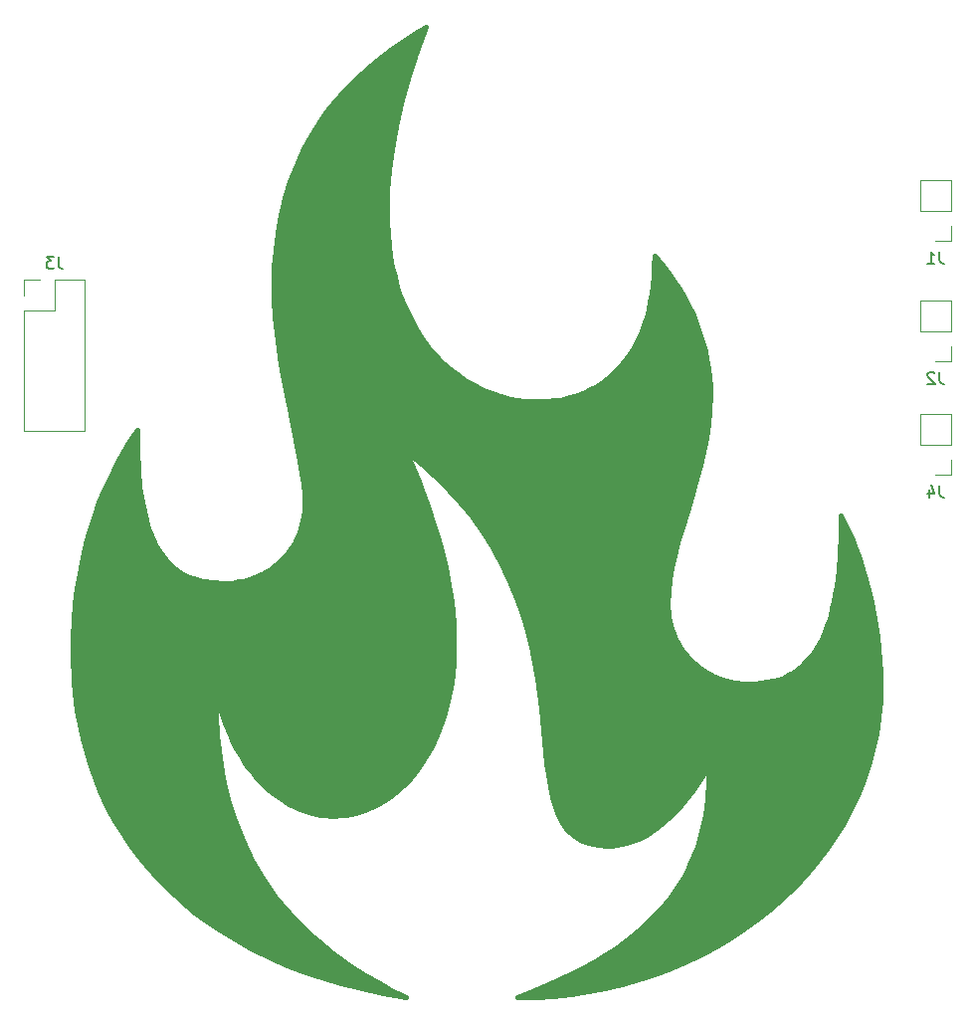
<source format=gbr>
%TF.GenerationSoftware,KiCad,Pcbnew,(6.0.7)*%
%TF.CreationDate,2023-04-15T21:10:14+02:00*%
%TF.ProjectId,control board,636f6e74-726f-46c2-9062-6f6172642e6b,rev?*%
%TF.SameCoordinates,Original*%
%TF.FileFunction,Legend,Bot*%
%TF.FilePolarity,Positive*%
%FSLAX46Y46*%
G04 Gerber Fmt 4.6, Leading zero omitted, Abs format (unit mm)*
G04 Created by KiCad (PCBNEW (6.0.7)) date 2023-04-15 21:10:14*
%MOMM*%
%LPD*%
G01*
G04 APERTURE LIST*
%ADD10C,0.400000*%
%ADD11C,0.150000*%
%ADD12C,0.120000*%
G04 APERTURE END LIST*
D10*
G36*
X135128000Y-55372000D02*
G01*
X134442564Y-57539929D01*
X133876190Y-59618562D01*
X133423918Y-61607898D01*
X133080786Y-63507937D01*
X132841834Y-65318679D01*
X132702101Y-67040124D01*
X132656626Y-68672272D01*
X132676241Y-69706040D01*
X132734167Y-70704034D01*
X132829028Y-71666449D01*
X132959450Y-72593479D01*
X133124055Y-73485317D01*
X133321469Y-74342158D01*
X133550315Y-75164194D01*
X133809217Y-75951620D01*
X134096799Y-76704629D01*
X134411686Y-77423416D01*
X134752502Y-78108174D01*
X135117871Y-78759097D01*
X135506416Y-79376378D01*
X135916762Y-79960212D01*
X136347534Y-80510792D01*
X136797354Y-81028312D01*
X137264848Y-81512965D01*
X137748640Y-81964947D01*
X138247353Y-82384450D01*
X138759611Y-82771667D01*
X139284040Y-83126794D01*
X139819262Y-83450024D01*
X140916585Y-84001566D01*
X142040574Y-84427845D01*
X143180220Y-84730410D01*
X144324517Y-84910813D01*
X145462458Y-84970602D01*
X146376459Y-84932698D01*
X146832897Y-84884532D01*
X147287669Y-84816193D01*
X147739806Y-84727158D01*
X148188338Y-84616903D01*
X148632296Y-84484905D01*
X149070713Y-84330641D01*
X149502618Y-84153588D01*
X149927043Y-83953223D01*
X150343019Y-83729021D01*
X150749577Y-83480461D01*
X151145748Y-83207018D01*
X151530563Y-82908170D01*
X151903053Y-82583394D01*
X152262249Y-82232165D01*
X152607183Y-81853961D01*
X152936885Y-81448260D01*
X153250387Y-81014536D01*
X153546719Y-80552268D01*
X153824913Y-80060931D01*
X154083999Y-79540004D01*
X154323009Y-78988962D01*
X154540974Y-78407282D01*
X154736924Y-77794442D01*
X154909892Y-77149917D01*
X155058907Y-76473185D01*
X155183002Y-75763723D01*
X155281207Y-75021006D01*
X155352552Y-74244513D01*
X155396070Y-73433720D01*
X155410792Y-72588103D01*
X156004942Y-73268862D01*
X156557389Y-73961249D01*
X157068598Y-74664487D01*
X157539034Y-75377803D01*
X157969163Y-76100420D01*
X158359450Y-76831564D01*
X158710358Y-77570460D01*
X159022355Y-78316331D01*
X159295904Y-79068404D01*
X159531471Y-79825903D01*
X159729521Y-80588053D01*
X159890519Y-81354079D01*
X160014930Y-82123205D01*
X160103219Y-82894657D01*
X160155852Y-83667659D01*
X160173293Y-84441437D01*
X160132882Y-85663120D01*
X160018677Y-86867749D01*
X159841220Y-88055636D01*
X159611053Y-89227089D01*
X159338718Y-90382419D01*
X159034757Y-91521936D01*
X158374125Y-93754771D01*
X157713493Y-95928075D01*
X157409532Y-96993178D01*
X157137197Y-98044328D01*
X156907030Y-99081836D01*
X156729573Y-100106011D01*
X156615368Y-101117164D01*
X156574957Y-102115605D01*
X156585079Y-102517108D01*
X156615007Y-102907933D01*
X156664080Y-103287945D01*
X156731640Y-103657009D01*
X156817029Y-104014987D01*
X156919587Y-104361746D01*
X157038656Y-104697148D01*
X157173577Y-105021059D01*
X157323691Y-105333343D01*
X157488338Y-105633864D01*
X157666861Y-105922487D01*
X157858600Y-106199075D01*
X158062896Y-106463494D01*
X158279091Y-106715607D01*
X158506526Y-106955279D01*
X158744541Y-107182374D01*
X158992478Y-107396757D01*
X159249678Y-107598292D01*
X159515483Y-107786843D01*
X159789232Y-107962275D01*
X160070268Y-108124452D01*
X160357932Y-108273238D01*
X160651564Y-108408498D01*
X160950505Y-108530096D01*
X161254098Y-108637896D01*
X161561683Y-108731763D01*
X161872601Y-108811561D01*
X162186193Y-108877155D01*
X162501801Y-108928408D01*
X162818765Y-108965185D01*
X163136426Y-108987351D01*
X163454127Y-108994770D01*
X164007345Y-108979015D01*
X164536205Y-108931983D01*
X165041151Y-108854023D01*
X165522630Y-108745483D01*
X165981087Y-108606713D01*
X166416968Y-108438060D01*
X166830718Y-108239875D01*
X167222784Y-108012505D01*
X167593611Y-107756300D01*
X167943644Y-107471608D01*
X168273330Y-107158778D01*
X168583114Y-106818159D01*
X168873442Y-106450100D01*
X169144760Y-106054950D01*
X169397512Y-105633057D01*
X169632146Y-105184771D01*
X169849106Y-104710439D01*
X170048839Y-104210412D01*
X170231789Y-103685037D01*
X170398404Y-103134664D01*
X170549128Y-102559641D01*
X170684407Y-101960317D01*
X170804687Y-101337041D01*
X170910414Y-100690162D01*
X171002033Y-100020028D01*
X171079990Y-99326989D01*
X171196702Y-97873590D01*
X171264114Y-96332754D01*
X171285792Y-94707272D01*
X171620320Y-95316537D01*
X171947872Y-95989674D01*
X172266431Y-96721103D01*
X172573984Y-97505241D01*
X172868514Y-98336508D01*
X173148005Y-99209323D01*
X173410444Y-100118104D01*
X173653814Y-101057272D01*
X173876100Y-102021244D01*
X174075286Y-103004439D01*
X174249358Y-104001277D01*
X174396299Y-105006177D01*
X174514095Y-106013557D01*
X174600731Y-107017837D01*
X174654190Y-108013435D01*
X174672457Y-108994770D01*
X174630063Y-110430749D01*
X174504457Y-111840643D01*
X174298003Y-113223175D01*
X174013066Y-114577065D01*
X173652009Y-115901035D01*
X173217197Y-117193805D01*
X172710994Y-118454096D01*
X172135764Y-119680630D01*
X171493872Y-120872127D01*
X170787681Y-122027308D01*
X170019557Y-123144895D01*
X169191862Y-124223608D01*
X168306961Y-125262169D01*
X167367219Y-126259298D01*
X166374999Y-127213716D01*
X165332666Y-128124145D01*
X164242584Y-128989305D01*
X163107117Y-129807918D01*
X161928630Y-130578704D01*
X160709486Y-131300385D01*
X159452050Y-131971681D01*
X158158685Y-132591313D01*
X156831758Y-133158003D01*
X155473630Y-133670472D01*
X154086667Y-134127440D01*
X152673232Y-134527629D01*
X151235691Y-134869759D01*
X149776407Y-135152552D01*
X148297744Y-135374728D01*
X146802067Y-135535009D01*
X145291739Y-135632115D01*
X143769125Y-135664768D01*
X145026368Y-135173661D01*
X146219466Y-134672787D01*
X147350011Y-134162301D01*
X148419590Y-133642359D01*
X149429793Y-133113114D01*
X150382209Y-132574723D01*
X151278427Y-132027340D01*
X152120035Y-131471121D01*
X152908624Y-130906220D01*
X153645781Y-130332792D01*
X154333097Y-129750993D01*
X154972160Y-129160977D01*
X155564559Y-128562900D01*
X156111883Y-127956916D01*
X156615722Y-127343181D01*
X157077664Y-126721850D01*
X157499298Y-126093077D01*
X157882214Y-125457017D01*
X158228000Y-124813827D01*
X158538246Y-124163660D01*
X159058472Y-122843017D01*
X159455605Y-121496330D01*
X159742358Y-120124838D01*
X159931442Y-118729781D01*
X160035569Y-117312400D01*
X160067454Y-115873936D01*
X159749702Y-116424422D01*
X159431678Y-116945318D01*
X159113732Y-117437416D01*
X158796213Y-117901513D01*
X158479469Y-118338402D01*
X158163848Y-118748878D01*
X157849701Y-119133735D01*
X157537375Y-119493768D01*
X157227219Y-119829772D01*
X156919583Y-120142540D01*
X156313264Y-120701551D01*
X155721207Y-121177155D01*
X155146203Y-121575710D01*
X154591044Y-121903572D01*
X154058518Y-122167097D01*
X153551418Y-122372640D01*
X153072533Y-122526559D01*
X152624653Y-122635209D01*
X152210570Y-122704947D01*
X151833074Y-122742128D01*
X151494955Y-122753109D01*
X150584310Y-122695916D01*
X149790848Y-122527490D01*
X149105247Y-122252558D01*
X148518186Y-121875850D01*
X148020345Y-121402093D01*
X147602402Y-120836017D01*
X147255037Y-120182348D01*
X146968927Y-119445817D01*
X146734752Y-118631151D01*
X146543190Y-117743078D01*
X146250624Y-115765628D01*
X145766726Y-111137900D01*
X145426256Y-108563276D01*
X145198766Y-107227324D01*
X144920679Y-105865250D01*
X144582674Y-104481781D01*
X144175428Y-103081647D01*
X143689621Y-101669575D01*
X143115932Y-100250295D01*
X142445039Y-98828534D01*
X141667623Y-97409021D01*
X140774360Y-95996485D01*
X139755931Y-94595653D01*
X138603014Y-93211255D01*
X137306288Y-91848018D01*
X135856431Y-90510670D01*
X134244124Y-89203942D01*
X134778820Y-90384593D01*
X135272278Y-91545090D01*
X135725429Y-92685124D01*
X136139202Y-93804383D01*
X136514527Y-94902559D01*
X136852336Y-95979341D01*
X137153558Y-97034418D01*
X137419123Y-98067482D01*
X137649962Y-99078221D01*
X137847004Y-100066326D01*
X138011180Y-101031486D01*
X138143420Y-101973392D01*
X138244654Y-102891734D01*
X138315812Y-103786200D01*
X138357825Y-104656483D01*
X138371623Y-105502270D01*
X138356594Y-106382501D01*
X138312169Y-107237151D01*
X138239334Y-108066067D01*
X138139079Y-108869093D01*
X138012391Y-109646074D01*
X137860259Y-110396855D01*
X137683671Y-111121281D01*
X137483615Y-111819197D01*
X137017054Y-113134879D01*
X136468483Y-114342660D01*
X135845808Y-115441301D01*
X135156936Y-116429561D01*
X134409772Y-117306200D01*
X133612224Y-118069977D01*
X132772198Y-118719653D01*
X131897600Y-119253987D01*
X130996337Y-119671739D01*
X130076316Y-119971668D01*
X129611741Y-120077063D01*
X129145442Y-120152536D01*
X128678406Y-120197934D01*
X128211623Y-120213101D01*
X127814825Y-120203166D01*
X127418493Y-120173310D01*
X127023091Y-120123455D01*
X126629084Y-120053524D01*
X126236938Y-119963439D01*
X125847117Y-119853123D01*
X125460086Y-119722498D01*
X125076311Y-119571486D01*
X124696257Y-119400011D01*
X124320388Y-119207994D01*
X123949171Y-118995359D01*
X123583069Y-118762027D01*
X123222549Y-118507921D01*
X122868074Y-118232964D01*
X122520111Y-117937078D01*
X122179124Y-117620185D01*
X121845578Y-117282208D01*
X121519939Y-116923070D01*
X121202672Y-116542693D01*
X120894241Y-116141000D01*
X120595112Y-115717912D01*
X120305750Y-115273353D01*
X120026620Y-114807244D01*
X119758186Y-114319510D01*
X119500915Y-113810071D01*
X119255271Y-113278850D01*
X119021720Y-112725770D01*
X118800725Y-112150754D01*
X118592754Y-111553724D01*
X118398269Y-110934602D01*
X118217738Y-110293310D01*
X118051624Y-109629772D01*
X118088133Y-111508108D01*
X118204793Y-113370320D01*
X118412299Y-115212688D01*
X118721350Y-117031491D01*
X119142642Y-118823010D01*
X119686873Y-120583522D01*
X120364738Y-122309308D01*
X121186936Y-123996646D01*
X121655503Y-124824735D01*
X122164163Y-125641817D01*
X122714256Y-126447426D01*
X123307117Y-127241098D01*
X123944084Y-128022368D01*
X124626494Y-128790771D01*
X125355684Y-129545841D01*
X126132991Y-130287113D01*
X126959752Y-131014123D01*
X127837305Y-131726405D01*
X128766987Y-132423494D01*
X129750134Y-133104925D01*
X130788085Y-133770233D01*
X131882175Y-134418953D01*
X133033742Y-135050620D01*
X134244124Y-135664768D01*
X132347027Y-135319654D01*
X130524635Y-134920473D01*
X128775999Y-134468970D01*
X127100168Y-133966888D01*
X125496193Y-133415972D01*
X123963124Y-132817966D01*
X122500013Y-132174614D01*
X121105909Y-131487660D01*
X119779862Y-130758848D01*
X118520924Y-129989922D01*
X117328145Y-129182626D01*
X116200575Y-128338705D01*
X115137265Y-127459902D01*
X114137265Y-126547962D01*
X113199625Y-125604628D01*
X112323396Y-124631645D01*
X111507629Y-123630757D01*
X110751374Y-122603707D01*
X110053680Y-121552240D01*
X109413600Y-120478100D01*
X108830183Y-119383032D01*
X108302480Y-118268778D01*
X107410415Y-115989693D01*
X106729811Y-113654797D01*
X106253070Y-111278043D01*
X105972596Y-108873385D01*
X105880793Y-106454773D01*
X105905391Y-105003699D01*
X105978358Y-103587351D01*
X106098454Y-102205729D01*
X106264439Y-100858835D01*
X106475072Y-99546667D01*
X106729113Y-98269225D01*
X107025323Y-97026510D01*
X107362460Y-95818522D01*
X107739284Y-94645261D01*
X108154556Y-93506726D01*
X108607035Y-92402917D01*
X109095480Y-91333835D01*
X109618652Y-90299480D01*
X110175311Y-89299851D01*
X110764215Y-88334949D01*
X111384126Y-87404774D01*
X111411514Y-89138078D01*
X111494093Y-90729221D01*
X111632483Y-92182387D01*
X111827303Y-93501764D01*
X112079174Y-94691536D01*
X112388716Y-95755890D01*
X112756548Y-96699010D01*
X112962518Y-97126416D01*
X113183292Y-97525084D01*
X113418950Y-97895536D01*
X113669568Y-98238296D01*
X113935223Y-98553887D01*
X114215994Y-98842833D01*
X114511958Y-99105656D01*
X114823192Y-99342880D01*
X115149774Y-99555028D01*
X115491782Y-99742623D01*
X115849292Y-99906189D01*
X116222383Y-100046248D01*
X117015616Y-100257941D01*
X117872102Y-100381887D01*
X118792459Y-100422272D01*
X119110159Y-100414853D01*
X119427821Y-100392687D01*
X119744784Y-100355910D01*
X120060392Y-100304656D01*
X120373984Y-100239063D01*
X120684901Y-100159265D01*
X120992486Y-100065398D01*
X121296079Y-99957597D01*
X121595020Y-99835999D01*
X121888652Y-99700740D01*
X122176315Y-99551953D01*
X122457351Y-99389777D01*
X122731101Y-99214345D01*
X122996905Y-99025794D01*
X123254105Y-98824259D01*
X123502042Y-98609876D01*
X123740057Y-98382781D01*
X123967492Y-98143109D01*
X124183687Y-97890995D01*
X124387983Y-97626577D01*
X124579722Y-97349988D01*
X124758245Y-97061366D01*
X124922892Y-96760845D01*
X125073006Y-96448561D01*
X125207926Y-96124650D01*
X125326995Y-95789247D01*
X125429554Y-95442489D01*
X125514943Y-95084510D01*
X125582503Y-94715447D01*
X125631576Y-94335435D01*
X125661503Y-93944609D01*
X125671626Y-93543106D01*
X125641912Y-92772326D01*
X125557937Y-91931007D01*
X125427455Y-91023026D01*
X125258214Y-90052259D01*
X124348709Y-85618834D01*
X123862951Y-83126170D01*
X123639451Y-81824415D01*
X123439205Y-80490879D01*
X123269964Y-79129438D01*
X123139482Y-77743967D01*
X123055507Y-76338342D01*
X123025793Y-74916439D01*
X123056851Y-73482134D01*
X123155191Y-72039302D01*
X123328566Y-70591819D01*
X123584726Y-69143561D01*
X123931423Y-67698404D01*
X124376408Y-66260223D01*
X124927434Y-64832894D01*
X125592251Y-63420293D01*
X126378612Y-62026296D01*
X127294266Y-60654778D01*
X127803002Y-59978659D01*
X128346967Y-59309614D01*
X128927132Y-58648127D01*
X129544465Y-57994682D01*
X130199935Y-57349763D01*
X130894512Y-56713856D01*
X131629163Y-56087444D01*
X132404859Y-55471012D01*
X133222568Y-54865044D01*
X134083258Y-54270026D01*
X134987899Y-53686440D01*
X135937460Y-53114773D01*
X135128000Y-55372000D01*
G37*
X135128000Y-55372000D02*
X134442564Y-57539929D01*
X133876190Y-59618562D01*
X133423918Y-61607898D01*
X133080786Y-63507937D01*
X132841834Y-65318679D01*
X132702101Y-67040124D01*
X132656626Y-68672272D01*
X132676241Y-69706040D01*
X132734167Y-70704034D01*
X132829028Y-71666449D01*
X132959450Y-72593479D01*
X133124055Y-73485317D01*
X133321469Y-74342158D01*
X133550315Y-75164194D01*
X133809217Y-75951620D01*
X134096799Y-76704629D01*
X134411686Y-77423416D01*
X134752502Y-78108174D01*
X135117871Y-78759097D01*
X135506416Y-79376378D01*
X135916762Y-79960212D01*
X136347534Y-80510792D01*
X136797354Y-81028312D01*
X137264848Y-81512965D01*
X137748640Y-81964947D01*
X138247353Y-82384450D01*
X138759611Y-82771667D01*
X139284040Y-83126794D01*
X139819262Y-83450024D01*
X140916585Y-84001566D01*
X142040574Y-84427845D01*
X143180220Y-84730410D01*
X144324517Y-84910813D01*
X145462458Y-84970602D01*
X146376459Y-84932698D01*
X146832897Y-84884532D01*
X147287669Y-84816193D01*
X147739806Y-84727158D01*
X148188338Y-84616903D01*
X148632296Y-84484905D01*
X149070713Y-84330641D01*
X149502618Y-84153588D01*
X149927043Y-83953223D01*
X150343019Y-83729021D01*
X150749577Y-83480461D01*
X151145748Y-83207018D01*
X151530563Y-82908170D01*
X151903053Y-82583394D01*
X152262249Y-82232165D01*
X152607183Y-81853961D01*
X152936885Y-81448260D01*
X153250387Y-81014536D01*
X153546719Y-80552268D01*
X153824913Y-80060931D01*
X154083999Y-79540004D01*
X154323009Y-78988962D01*
X154540974Y-78407282D01*
X154736924Y-77794442D01*
X154909892Y-77149917D01*
X155058907Y-76473185D01*
X155183002Y-75763723D01*
X155281207Y-75021006D01*
X155352552Y-74244513D01*
X155396070Y-73433720D01*
X155410792Y-72588103D01*
X156004942Y-73268862D01*
X156557389Y-73961249D01*
X157068598Y-74664487D01*
X157539034Y-75377803D01*
X157969163Y-76100420D01*
X158359450Y-76831564D01*
X158710358Y-77570460D01*
X159022355Y-78316331D01*
X159295904Y-79068404D01*
X159531471Y-79825903D01*
X159729521Y-80588053D01*
X159890519Y-81354079D01*
X160014930Y-82123205D01*
X160103219Y-82894657D01*
X160155852Y-83667659D01*
X160173293Y-84441437D01*
X160132882Y-85663120D01*
X160018677Y-86867749D01*
X159841220Y-88055636D01*
X159611053Y-89227089D01*
X159338718Y-90382419D01*
X159034757Y-91521936D01*
X158374125Y-93754771D01*
X157713493Y-95928075D01*
X157409532Y-96993178D01*
X157137197Y-98044328D01*
X156907030Y-99081836D01*
X156729573Y-100106011D01*
X156615368Y-101117164D01*
X156574957Y-102115605D01*
X156585079Y-102517108D01*
X156615007Y-102907933D01*
X156664080Y-103287945D01*
X156731640Y-103657009D01*
X156817029Y-104014987D01*
X156919587Y-104361746D01*
X157038656Y-104697148D01*
X157173577Y-105021059D01*
X157323691Y-105333343D01*
X157488338Y-105633864D01*
X157666861Y-105922487D01*
X157858600Y-106199075D01*
X158062896Y-106463494D01*
X158279091Y-106715607D01*
X158506526Y-106955279D01*
X158744541Y-107182374D01*
X158992478Y-107396757D01*
X159249678Y-107598292D01*
X159515483Y-107786843D01*
X159789232Y-107962275D01*
X160070268Y-108124452D01*
X160357932Y-108273238D01*
X160651564Y-108408498D01*
X160950505Y-108530096D01*
X161254098Y-108637896D01*
X161561683Y-108731763D01*
X161872601Y-108811561D01*
X162186193Y-108877155D01*
X162501801Y-108928408D01*
X162818765Y-108965185D01*
X163136426Y-108987351D01*
X163454127Y-108994770D01*
X164007345Y-108979015D01*
X164536205Y-108931983D01*
X165041151Y-108854023D01*
X165522630Y-108745483D01*
X165981087Y-108606713D01*
X166416968Y-108438060D01*
X166830718Y-108239875D01*
X167222784Y-108012505D01*
X167593611Y-107756300D01*
X167943644Y-107471608D01*
X168273330Y-107158778D01*
X168583114Y-106818159D01*
X168873442Y-106450100D01*
X169144760Y-106054950D01*
X169397512Y-105633057D01*
X169632146Y-105184771D01*
X169849106Y-104710439D01*
X170048839Y-104210412D01*
X170231789Y-103685037D01*
X170398404Y-103134664D01*
X170549128Y-102559641D01*
X170684407Y-101960317D01*
X170804687Y-101337041D01*
X170910414Y-100690162D01*
X171002033Y-100020028D01*
X171079990Y-99326989D01*
X171196702Y-97873590D01*
X171264114Y-96332754D01*
X171285792Y-94707272D01*
X171620320Y-95316537D01*
X171947872Y-95989674D01*
X172266431Y-96721103D01*
X172573984Y-97505241D01*
X172868514Y-98336508D01*
X173148005Y-99209323D01*
X173410444Y-100118104D01*
X173653814Y-101057272D01*
X173876100Y-102021244D01*
X174075286Y-103004439D01*
X174249358Y-104001277D01*
X174396299Y-105006177D01*
X174514095Y-106013557D01*
X174600731Y-107017837D01*
X174654190Y-108013435D01*
X174672457Y-108994770D01*
X174630063Y-110430749D01*
X174504457Y-111840643D01*
X174298003Y-113223175D01*
X174013066Y-114577065D01*
X173652009Y-115901035D01*
X173217197Y-117193805D01*
X172710994Y-118454096D01*
X172135764Y-119680630D01*
X171493872Y-120872127D01*
X170787681Y-122027308D01*
X170019557Y-123144895D01*
X169191862Y-124223608D01*
X168306961Y-125262169D01*
X167367219Y-126259298D01*
X166374999Y-127213716D01*
X165332666Y-128124145D01*
X164242584Y-128989305D01*
X163107117Y-129807918D01*
X161928630Y-130578704D01*
X160709486Y-131300385D01*
X159452050Y-131971681D01*
X158158685Y-132591313D01*
X156831758Y-133158003D01*
X155473630Y-133670472D01*
X154086667Y-134127440D01*
X152673232Y-134527629D01*
X151235691Y-134869759D01*
X149776407Y-135152552D01*
X148297744Y-135374728D01*
X146802067Y-135535009D01*
X145291739Y-135632115D01*
X143769125Y-135664768D01*
X145026368Y-135173661D01*
X146219466Y-134672787D01*
X147350011Y-134162301D01*
X148419590Y-133642359D01*
X149429793Y-133113114D01*
X150382209Y-132574723D01*
X151278427Y-132027340D01*
X152120035Y-131471121D01*
X152908624Y-130906220D01*
X153645781Y-130332792D01*
X154333097Y-129750993D01*
X154972160Y-129160977D01*
X155564559Y-128562900D01*
X156111883Y-127956916D01*
X156615722Y-127343181D01*
X157077664Y-126721850D01*
X157499298Y-126093077D01*
X157882214Y-125457017D01*
X158228000Y-124813827D01*
X158538246Y-124163660D01*
X159058472Y-122843017D01*
X159455605Y-121496330D01*
X159742358Y-120124838D01*
X159931442Y-118729781D01*
X160035569Y-117312400D01*
X160067454Y-115873936D01*
X159749702Y-116424422D01*
X159431678Y-116945318D01*
X159113732Y-117437416D01*
X158796213Y-117901513D01*
X158479469Y-118338402D01*
X158163848Y-118748878D01*
X157849701Y-119133735D01*
X157537375Y-119493768D01*
X157227219Y-119829772D01*
X156919583Y-120142540D01*
X156313264Y-120701551D01*
X155721207Y-121177155D01*
X155146203Y-121575710D01*
X154591044Y-121903572D01*
X154058518Y-122167097D01*
X153551418Y-122372640D01*
X153072533Y-122526559D01*
X152624653Y-122635209D01*
X152210570Y-122704947D01*
X151833074Y-122742128D01*
X151494955Y-122753109D01*
X150584310Y-122695916D01*
X149790848Y-122527490D01*
X149105247Y-122252558D01*
X148518186Y-121875850D01*
X148020345Y-121402093D01*
X147602402Y-120836017D01*
X147255037Y-120182348D01*
X146968927Y-119445817D01*
X146734752Y-118631151D01*
X146543190Y-117743078D01*
X146250624Y-115765628D01*
X145766726Y-111137900D01*
X145426256Y-108563276D01*
X145198766Y-107227324D01*
X144920679Y-105865250D01*
X144582674Y-104481781D01*
X144175428Y-103081647D01*
X143689621Y-101669575D01*
X143115932Y-100250295D01*
X142445039Y-98828534D01*
X141667623Y-97409021D01*
X140774360Y-95996485D01*
X139755931Y-94595653D01*
X138603014Y-93211255D01*
X137306288Y-91848018D01*
X135856431Y-90510670D01*
X134244124Y-89203942D01*
X134778820Y-90384593D01*
X135272278Y-91545090D01*
X135725429Y-92685124D01*
X136139202Y-93804383D01*
X136514527Y-94902559D01*
X136852336Y-95979341D01*
X137153558Y-97034418D01*
X137419123Y-98067482D01*
X137649962Y-99078221D01*
X137847004Y-100066326D01*
X138011180Y-101031486D01*
X138143420Y-101973392D01*
X138244654Y-102891734D01*
X138315812Y-103786200D01*
X138357825Y-104656483D01*
X138371623Y-105502270D01*
X138356594Y-106382501D01*
X138312169Y-107237151D01*
X138239334Y-108066067D01*
X138139079Y-108869093D01*
X138012391Y-109646074D01*
X137860259Y-110396855D01*
X137683671Y-111121281D01*
X137483615Y-111819197D01*
X137017054Y-113134879D01*
X136468483Y-114342660D01*
X135845808Y-115441301D01*
X135156936Y-116429561D01*
X134409772Y-117306200D01*
X133612224Y-118069977D01*
X132772198Y-118719653D01*
X131897600Y-119253987D01*
X130996337Y-119671739D01*
X130076316Y-119971668D01*
X129611741Y-120077063D01*
X129145442Y-120152536D01*
X128678406Y-120197934D01*
X128211623Y-120213101D01*
X127814825Y-120203166D01*
X127418493Y-120173310D01*
X127023091Y-120123455D01*
X126629084Y-120053524D01*
X126236938Y-119963439D01*
X125847117Y-119853123D01*
X125460086Y-119722498D01*
X125076311Y-119571486D01*
X124696257Y-119400011D01*
X124320388Y-119207994D01*
X123949171Y-118995359D01*
X123583069Y-118762027D01*
X123222549Y-118507921D01*
X122868074Y-118232964D01*
X122520111Y-117937078D01*
X122179124Y-117620185D01*
X121845578Y-117282208D01*
X121519939Y-116923070D01*
X121202672Y-116542693D01*
X120894241Y-116141000D01*
X120595112Y-115717912D01*
X120305750Y-115273353D01*
X120026620Y-114807244D01*
X119758186Y-114319510D01*
X119500915Y-113810071D01*
X119255271Y-113278850D01*
X119021720Y-112725770D01*
X118800725Y-112150754D01*
X118592754Y-111553724D01*
X118398269Y-110934602D01*
X118217738Y-110293310D01*
X118051624Y-109629772D01*
X118088133Y-111508108D01*
X118204793Y-113370320D01*
X118412299Y-115212688D01*
X118721350Y-117031491D01*
X119142642Y-118823010D01*
X119686873Y-120583522D01*
X120364738Y-122309308D01*
X121186936Y-123996646D01*
X121655503Y-124824735D01*
X122164163Y-125641817D01*
X122714256Y-126447426D01*
X123307117Y-127241098D01*
X123944084Y-128022368D01*
X124626494Y-128790771D01*
X125355684Y-129545841D01*
X126132991Y-130287113D01*
X126959752Y-131014123D01*
X127837305Y-131726405D01*
X128766987Y-132423494D01*
X129750134Y-133104925D01*
X130788085Y-133770233D01*
X131882175Y-134418953D01*
X133033742Y-135050620D01*
X134244124Y-135664768D01*
X132347027Y-135319654D01*
X130524635Y-134920473D01*
X128775999Y-134468970D01*
X127100168Y-133966888D01*
X125496193Y-133415972D01*
X123963124Y-132817966D01*
X122500013Y-132174614D01*
X121105909Y-131487660D01*
X119779862Y-130758848D01*
X118520924Y-129989922D01*
X117328145Y-129182626D01*
X116200575Y-128338705D01*
X115137265Y-127459902D01*
X114137265Y-126547962D01*
X113199625Y-125604628D01*
X112323396Y-124631645D01*
X111507629Y-123630757D01*
X110751374Y-122603707D01*
X110053680Y-121552240D01*
X109413600Y-120478100D01*
X108830183Y-119383032D01*
X108302480Y-118268778D01*
X107410415Y-115989693D01*
X106729811Y-113654797D01*
X106253070Y-111278043D01*
X105972596Y-108873385D01*
X105880793Y-106454773D01*
X105905391Y-105003699D01*
X105978358Y-103587351D01*
X106098454Y-102205729D01*
X106264439Y-100858835D01*
X106475072Y-99546667D01*
X106729113Y-98269225D01*
X107025323Y-97026510D01*
X107362460Y-95818522D01*
X107739284Y-94645261D01*
X108154556Y-93506726D01*
X108607035Y-92402917D01*
X109095480Y-91333835D01*
X109618652Y-90299480D01*
X110175311Y-89299851D01*
X110764215Y-88334949D01*
X111384126Y-87404774D01*
X111411514Y-89138078D01*
X111494093Y-90729221D01*
X111632483Y-92182387D01*
X111827303Y-93501764D01*
X112079174Y-94691536D01*
X112388716Y-95755890D01*
X112756548Y-96699010D01*
X112962518Y-97126416D01*
X113183292Y-97525084D01*
X113418950Y-97895536D01*
X113669568Y-98238296D01*
X113935223Y-98553887D01*
X114215994Y-98842833D01*
X114511958Y-99105656D01*
X114823192Y-99342880D01*
X115149774Y-99555028D01*
X115491782Y-99742623D01*
X115849292Y-99906189D01*
X116222383Y-100046248D01*
X117015616Y-100257941D01*
X117872102Y-100381887D01*
X118792459Y-100422272D01*
X119110159Y-100414853D01*
X119427821Y-100392687D01*
X119744784Y-100355910D01*
X120060392Y-100304656D01*
X120373984Y-100239063D01*
X120684901Y-100159265D01*
X120992486Y-100065398D01*
X121296079Y-99957597D01*
X121595020Y-99835999D01*
X121888652Y-99700740D01*
X122176315Y-99551953D01*
X122457351Y-99389777D01*
X122731101Y-99214345D01*
X122996905Y-99025794D01*
X123254105Y-98824259D01*
X123502042Y-98609876D01*
X123740057Y-98382781D01*
X123967492Y-98143109D01*
X124183687Y-97890995D01*
X124387983Y-97626577D01*
X124579722Y-97349988D01*
X124758245Y-97061366D01*
X124922892Y-96760845D01*
X125073006Y-96448561D01*
X125207926Y-96124650D01*
X125326995Y-95789247D01*
X125429554Y-95442489D01*
X125514943Y-95084510D01*
X125582503Y-94715447D01*
X125631576Y-94335435D01*
X125661503Y-93944609D01*
X125671626Y-93543106D01*
X125641912Y-92772326D01*
X125557937Y-91931007D01*
X125427455Y-91023026D01*
X125258214Y-90052259D01*
X124348709Y-85618834D01*
X123862951Y-83126170D01*
X123639451Y-81824415D01*
X123439205Y-80490879D01*
X123269964Y-79129438D01*
X123139482Y-77743967D01*
X123055507Y-76338342D01*
X123025793Y-74916439D01*
X123056851Y-73482134D01*
X123155191Y-72039302D01*
X123328566Y-70591819D01*
X123584726Y-69143561D01*
X123931423Y-67698404D01*
X124376408Y-66260223D01*
X124927434Y-64832894D01*
X125592251Y-63420293D01*
X126378612Y-62026296D01*
X127294266Y-60654778D01*
X127803002Y-59978659D01*
X128346967Y-59309614D01*
X128927132Y-58648127D01*
X129544465Y-57994682D01*
X130199935Y-57349763D01*
X130894512Y-56713856D01*
X131629163Y-56087444D01*
X132404859Y-55471012D01*
X133222568Y-54865044D01*
X134083258Y-54270026D01*
X134987899Y-53686440D01*
X135937460Y-53114773D01*
X135128000Y-55372000D01*
D11*
%TO.C,J1*%
X179682333Y-72222380D02*
X179682333Y-72936666D01*
X179729952Y-73079523D01*
X179825190Y-73174761D01*
X179968047Y-73222380D01*
X180063285Y-73222380D01*
X178682333Y-73222380D02*
X179253761Y-73222380D01*
X178968047Y-73222380D02*
X178968047Y-72222380D01*
X179063285Y-72365238D01*
X179158523Y-72460476D01*
X179253761Y-72508095D01*
%TO.C,J4*%
X179682333Y-92118380D02*
X179682333Y-92832666D01*
X179729952Y-92975523D01*
X179825190Y-93070761D01*
X179968047Y-93118380D01*
X180063285Y-93118380D01*
X178777571Y-92451714D02*
X178777571Y-93118380D01*
X179015666Y-92070761D02*
X179253761Y-92785047D01*
X178634714Y-92785047D01*
%TO.C,J3*%
X104707333Y-72658380D02*
X104707333Y-73372666D01*
X104754952Y-73515523D01*
X104850190Y-73610761D01*
X104993047Y-73658380D01*
X105088285Y-73658380D01*
X104326380Y-72658380D02*
X103707333Y-72658380D01*
X104040666Y-73039333D01*
X103897809Y-73039333D01*
X103802571Y-73086952D01*
X103754952Y-73134571D01*
X103707333Y-73229809D01*
X103707333Y-73467904D01*
X103754952Y-73563142D01*
X103802571Y-73610761D01*
X103897809Y-73658380D01*
X104183523Y-73658380D01*
X104278761Y-73610761D01*
X104326380Y-73563142D01*
%TO.C,J2*%
X179682333Y-82466380D02*
X179682333Y-83180666D01*
X179729952Y-83323523D01*
X179825190Y-83418761D01*
X179968047Y-83466380D01*
X180063285Y-83466380D01*
X179253761Y-82561619D02*
X179206142Y-82514000D01*
X179110904Y-82466380D01*
X178872809Y-82466380D01*
X178777571Y-82514000D01*
X178729952Y-82561619D01*
X178682333Y-82656857D01*
X178682333Y-82752095D01*
X178729952Y-82894952D01*
X179301380Y-83466380D01*
X178682333Y-83466380D01*
D12*
%TO.C,J1*%
X178019000Y-66130000D02*
X180679000Y-66130000D01*
X180679000Y-71330000D02*
X180679000Y-70000000D01*
X179349000Y-71330000D02*
X180679000Y-71330000D01*
X178019000Y-68730000D02*
X178019000Y-66130000D01*
X178019000Y-68730000D02*
X180679000Y-68730000D01*
X180679000Y-68730000D02*
X180679000Y-66130000D01*
%TO.C,J4*%
X179349000Y-91226000D02*
X180679000Y-91226000D01*
X180679000Y-91226000D02*
X180679000Y-89896000D01*
X178019000Y-88626000D02*
X178019000Y-86026000D01*
X178019000Y-86026000D02*
X180679000Y-86026000D01*
X178019000Y-88626000D02*
X180679000Y-88626000D01*
X180679000Y-88626000D02*
X180679000Y-86026000D01*
%TO.C,J3*%
X104374000Y-74646000D02*
X104374000Y-77246000D01*
X101774000Y-74646000D02*
X101774000Y-75976000D01*
X106974000Y-74646000D02*
X106974000Y-87466000D01*
X104374000Y-77246000D02*
X101774000Y-77246000D01*
X106974000Y-87466000D02*
X101774000Y-87466000D01*
X106974000Y-74646000D02*
X104374000Y-74646000D01*
X101774000Y-77246000D02*
X101774000Y-87466000D01*
X103104000Y-74646000D02*
X101774000Y-74646000D01*
%TO.C,J2*%
X178019000Y-76374000D02*
X180679000Y-76374000D01*
X180679000Y-78974000D02*
X180679000Y-76374000D01*
X178019000Y-78974000D02*
X180679000Y-78974000D01*
X179349000Y-81574000D02*
X180679000Y-81574000D01*
X180679000Y-81574000D02*
X180679000Y-80244000D01*
X178019000Y-78974000D02*
X178019000Y-76374000D01*
%TD*%
M02*

</source>
